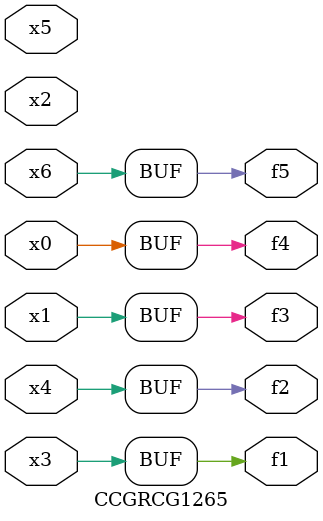
<source format=v>
module CCGRCG1265(
	input x0, x1, x2, x3, x4, x5, x6,
	output f1, f2, f3, f4, f5
);
	assign f1 = x3;
	assign f2 = x4;
	assign f3 = x1;
	assign f4 = x0;
	assign f5 = x6;
endmodule

</source>
